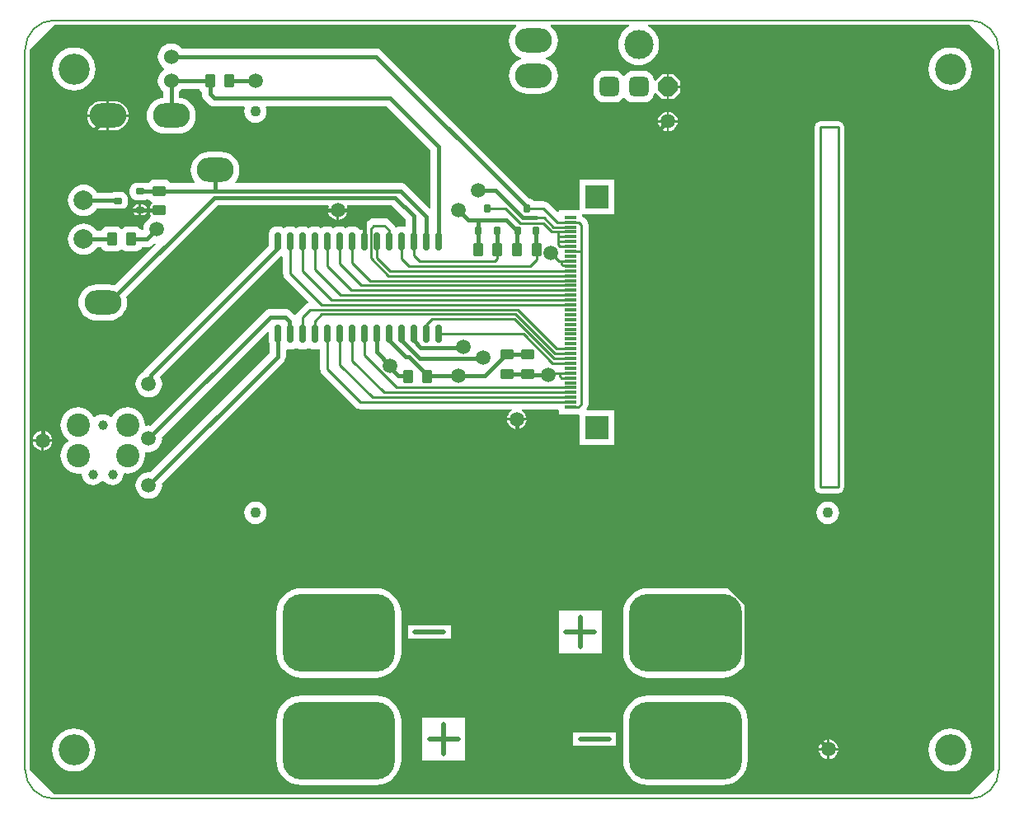
<source format=gbl>
G04*
G04 #@! TF.GenerationSoftware,Altium Limited,Altium Designer,19.0.10 (269)*
G04*
G04 Layer_Physical_Order=2*
G04 Layer_Color=16711680*
%FSLAX44Y44*%
%MOMM*%
G71*
G01*
G75*
%ADD10C,0.1500*%
%ADD13C,0.2540*%
G04:AMPARAMS|DCode=14|XSize=1.1mm|YSize=1.35mm|CornerRadius=0.1375mm|HoleSize=0mm|Usage=FLASHONLY|Rotation=270.000|XOffset=0mm|YOffset=0mm|HoleType=Round|Shape=RoundedRectangle|*
%AMROUNDEDRECTD14*
21,1,1.1000,1.0750,0,0,270.0*
21,1,0.8250,1.3500,0,0,270.0*
1,1,0.2750,-0.5375,-0.4125*
1,1,0.2750,-0.5375,0.4125*
1,1,0.2750,0.5375,0.4125*
1,1,0.2750,0.5375,-0.4125*
%
%ADD14ROUNDEDRECTD14*%
%ADD15C,2.0000*%
G04:AMPARAMS|DCode=16|XSize=0.6mm|YSize=0.9mm|CornerRadius=0.15mm|HoleSize=0mm|Usage=FLASHONLY|Rotation=90.000|XOffset=0mm|YOffset=0mm|HoleType=Round|Shape=RoundedRectangle|*
%AMROUNDEDRECTD16*
21,1,0.6000,0.6000,0,0,90.0*
21,1,0.3000,0.9000,0,0,90.0*
1,1,0.3000,0.3000,0.1500*
1,1,0.3000,0.3000,-0.1500*
1,1,0.3000,-0.3000,-0.1500*
1,1,0.3000,-0.3000,0.1500*
%
%ADD16ROUNDEDRECTD16*%
%ADD19C,0.4500*%
%ADD21C,0.2500*%
%ADD23O,3.8000X2.5000*%
G04:AMPARAMS|DCode=24|XSize=2.032mm|YSize=2.032mm|CornerRadius=0.508mm|HoleSize=0mm|Usage=FLASHONLY|Rotation=0.000|XOffset=0mm|YOffset=0mm|HoleType=Round|Shape=RoundedRectangle|*
%AMROUNDEDRECTD24*
21,1,2.0320,1.0160,0,0,0.0*
21,1,1.0160,2.0320,0,0,0.0*
1,1,1.0160,0.5080,-0.5080*
1,1,1.0160,-0.5080,-0.5080*
1,1,1.0160,-0.5080,0.5080*
1,1,1.0160,0.5080,0.5080*
%
%ADD24ROUNDEDRECTD24*%
%ADD25P,2.1994X8X22.5*%
%ADD26C,3.0000*%
G04:AMPARAMS|DCode=27|XSize=8mm|YSize=8mm|CornerRadius=2mm|HoleSize=0mm|Usage=FLASHONLY|Rotation=0.000|XOffset=0mm|YOffset=0mm|HoleType=Round|Shape=RoundedRectangle|*
%AMROUNDEDRECTD27*
21,1,8.0000,4.0000,0,0,0.0*
21,1,4.0000,8.0000,0,0,0.0*
1,1,4.0000,2.0000,-2.0000*
1,1,4.0000,-2.0000,-2.0000*
1,1,4.0000,-2.0000,2.0000*
1,1,4.0000,2.0000,2.0000*
%
%ADD27ROUNDEDRECTD27*%
%ADD28C,1.1000*%
%ADD29C,2.4000*%
%ADD30C,1.0000*%
%ADD31C,3.2000*%
%ADD32C,1.5240*%
%ADD33C,1.5000*%
G04:AMPARAMS|DCode=34|XSize=1.1mm|YSize=1.35mm|CornerRadius=0.1375mm|HoleSize=0mm|Usage=FLASHONLY|Rotation=0.000|XOffset=0mm|YOffset=0mm|HoleType=Round|Shape=RoundedRectangle|*
%AMROUNDEDRECTD34*
21,1,1.1000,1.0750,0,0,0.0*
21,1,0.8250,1.3500,0,0,0.0*
1,1,0.2750,0.4125,-0.5375*
1,1,0.2750,-0.4125,-0.5375*
1,1,0.2750,-0.4125,0.5375*
1,1,0.2750,0.4125,0.5375*
%
%ADD34ROUNDEDRECTD34*%
G04:AMPARAMS|DCode=35|XSize=0.6mm|YSize=0.9mm|CornerRadius=0.15mm|HoleSize=0mm|Usage=FLASHONLY|Rotation=0.000|XOffset=0mm|YOffset=0mm|HoleType=Round|Shape=RoundedRectangle|*
%AMROUNDEDRECTD35*
21,1,0.6000,0.6000,0,0,0.0*
21,1,0.3000,0.9000,0,0,0.0*
1,1,0.3000,0.1500,-0.3000*
1,1,0.3000,-0.1500,-0.3000*
1,1,0.3000,-0.1500,0.3000*
1,1,0.3000,0.1500,0.3000*
%
%ADD35ROUNDEDRECTD35*%
G04:AMPARAMS|DCode=36|XSize=0.6mm|YSize=1.9mm|CornerRadius=0.15mm|HoleSize=0mm|Usage=FLASHONLY|Rotation=180.000|XOffset=0mm|YOffset=0mm|HoleType=Round|Shape=RoundedRectangle|*
%AMROUNDEDRECTD36*
21,1,0.6000,1.6000,0,0,180.0*
21,1,0.3000,1.9000,0,0,180.0*
1,1,0.3000,-0.1500,0.8000*
1,1,0.3000,0.1500,0.8000*
1,1,0.3000,0.1500,-0.8000*
1,1,0.3000,-0.1500,-0.8000*
%
%ADD36ROUNDEDRECTD36*%
%ADD37R,1.2000X0.3000*%
%ADD38R,2.4000X2.4000*%
%ADD39C,0.5000*%
G36*
X995000Y770000D02*
Y30000D01*
X970000Y5000D01*
X30000D01*
X5000Y30000D01*
Y770000D01*
X30000Y795000D01*
X503833D01*
X504287Y793730D01*
X502355Y792145D01*
X500043Y789328D01*
X498326Y786114D01*
X497268Y782627D01*
X496911Y779000D01*
X497268Y775373D01*
X498326Y771886D01*
X500043Y768672D01*
X502355Y765855D01*
X505172Y763543D01*
X508386Y761825D01*
X509014Y761635D01*
Y760365D01*
X508386Y760174D01*
X505172Y758457D01*
X502355Y756145D01*
X500043Y753328D01*
X498326Y750114D01*
X497268Y746627D01*
X496911Y743000D01*
X497268Y739373D01*
X498326Y735886D01*
X500043Y732672D01*
X502355Y729855D01*
X505172Y727543D01*
X508386Y725826D01*
X511873Y724768D01*
X515500Y724410D01*
X528500D01*
X532127Y724768D01*
X535614Y725826D01*
X538828Y727543D01*
X541645Y729855D01*
X543957Y732672D01*
X545674Y735886D01*
X546732Y739373D01*
X547090Y743000D01*
X546732Y746627D01*
X545674Y750114D01*
X543957Y753328D01*
X541645Y756145D01*
X538828Y758457D01*
X535614Y760174D01*
X534986Y760365D01*
Y761635D01*
X535614Y761825D01*
X538828Y763543D01*
X541645Y765855D01*
X543957Y768672D01*
X545674Y771886D01*
X546732Y775373D01*
X547090Y779000D01*
X546732Y782627D01*
X545674Y786114D01*
X543957Y789328D01*
X541645Y792145D01*
X539713Y793730D01*
X540168Y795000D01*
X620175D01*
X620493Y793730D01*
X618277Y792545D01*
X615079Y789921D01*
X612455Y786723D01*
X610505Y783075D01*
X609304Y779117D01*
X608898Y775000D01*
X609304Y770883D01*
X610505Y766925D01*
X612455Y763277D01*
X615079Y760079D01*
X618277Y757455D01*
X621925Y755505D01*
X625883Y754304D01*
X630000Y753898D01*
X634117Y754304D01*
X638075Y755505D01*
X641723Y757455D01*
X644921Y760079D01*
X647545Y763277D01*
X649495Y766925D01*
X650696Y770883D01*
X651102Y775000D01*
X650696Y779117D01*
X649495Y783075D01*
X647545Y786723D01*
X644921Y789921D01*
X641723Y792545D01*
X639507Y793730D01*
X639825Y795000D01*
X970000D01*
X995000Y770000D01*
D02*
G37*
%LPC*%
G36*
X635080Y748056D02*
X624920D01*
X622028Y747675D01*
X619332Y746558D01*
X617018Y744782D01*
X615784Y743174D01*
X614216D01*
X612982Y744782D01*
X610668Y746558D01*
X607972Y747675D01*
X605080Y748056D01*
X594920D01*
X592028Y747675D01*
X589332Y746558D01*
X587018Y744782D01*
X585242Y742468D01*
X584125Y739772D01*
X583744Y736880D01*
Y726720D01*
X584125Y723828D01*
X585242Y721132D01*
X587018Y718818D01*
X589332Y717042D01*
X592028Y715925D01*
X594920Y715544D01*
X605080D01*
X607972Y715925D01*
X610668Y717042D01*
X612982Y718818D01*
X614216Y720426D01*
X615784D01*
X617018Y718818D01*
X619332Y717042D01*
X622028Y715925D01*
X624920Y715544D01*
X635080D01*
X637972Y715925D01*
X640668Y717042D01*
X642982Y718818D01*
X644758Y721132D01*
X645875Y723828D01*
X646086Y725432D01*
X647368Y725442D01*
X653670Y719140D01*
X658750D01*
Y731800D01*
Y744460D01*
X653670D01*
X647368Y738158D01*
X646086Y738169D01*
X645875Y739772D01*
X644758Y742468D01*
X642982Y744782D01*
X640668Y746558D01*
X637972Y747675D01*
X635080Y748056D01*
D02*
G37*
G36*
X666330Y744460D02*
X661250D01*
Y733050D01*
X672660D01*
Y738130D01*
X666330Y744460D01*
D02*
G37*
G36*
X949999Y772106D02*
X945686Y771681D01*
X941539Y770423D01*
X937718Y768380D01*
X934368Y765631D01*
X931618Y762281D01*
X929576Y758459D01*
X928317Y754312D01*
X927893Y749999D01*
X928317Y745686D01*
X929576Y741539D01*
X931618Y737718D01*
X934368Y734368D01*
X937718Y731618D01*
X941539Y729576D01*
X945686Y728317D01*
X949999Y727893D01*
X954312Y728317D01*
X958459Y729576D01*
X962281Y731618D01*
X965631Y734368D01*
X968380Y737718D01*
X970423Y741539D01*
X971681Y745686D01*
X972106Y749999D01*
X971681Y754312D01*
X970423Y758459D01*
X968380Y762281D01*
X965631Y765631D01*
X962281Y768380D01*
X958459Y770423D01*
X954312Y771681D01*
X949999Y772106D01*
D02*
G37*
G36*
X49999D02*
X45686Y771681D01*
X41539Y770423D01*
X37717Y768380D01*
X34368Y765631D01*
X31618Y762281D01*
X29576Y758459D01*
X28317Y754312D01*
X27893Y749999D01*
X28317Y745686D01*
X29576Y741539D01*
X31618Y737718D01*
X34368Y734368D01*
X37717Y731618D01*
X41539Y729576D01*
X45686Y728317D01*
X49999Y727893D01*
X54312Y728317D01*
X58459Y729576D01*
X62281Y731618D01*
X65631Y734368D01*
X68380Y737718D01*
X70423Y741539D01*
X71681Y745686D01*
X72106Y749999D01*
X71681Y754312D01*
X70423Y758459D01*
X68380Y762281D01*
X65631Y765631D01*
X62281Y768380D01*
X58459Y770423D01*
X54312Y771681D01*
X49999Y772106D01*
D02*
G37*
G36*
X672660Y730550D02*
X661250D01*
Y719140D01*
X666330D01*
X672660Y725470D01*
Y730550D01*
D02*
G37*
G36*
X91500Y717030D02*
X86250D01*
Y703207D01*
X106449D01*
X106283Y704898D01*
X105425Y707726D01*
X104032Y710331D01*
X102158Y712615D01*
X99874Y714490D01*
X97268Y715883D01*
X94440Y716740D01*
X91500Y717030D01*
D02*
G37*
G36*
X83750D02*
X78500D01*
X75560Y716740D01*
X72732Y715883D01*
X70126Y714490D01*
X67842Y712615D01*
X65968Y710331D01*
X64575Y707726D01*
X63717Y704898D01*
X63551Y703207D01*
X83750D01*
Y717030D01*
D02*
G37*
G36*
X661250Y705922D02*
Y697250D01*
X669922D01*
X669743Y698611D01*
X668735Y701043D01*
X667132Y703132D01*
X665043Y704735D01*
X662610Y705743D01*
X661250Y705922D01*
D02*
G37*
G36*
X658750D02*
X657390Y705743D01*
X654957Y704735D01*
X652868Y703132D01*
X651265Y701043D01*
X650257Y698611D01*
X650078Y697250D01*
X658750D01*
Y705922D01*
D02*
G37*
G36*
X106449Y700707D02*
X86250D01*
Y686885D01*
X91500D01*
X94440Y687175D01*
X97268Y688032D01*
X99874Y689425D01*
X102158Y691300D01*
X104032Y693584D01*
X105425Y696189D01*
X106283Y699017D01*
X106449Y700707D01*
D02*
G37*
G36*
X83750D02*
X63551D01*
X63717Y699017D01*
X64575Y696189D01*
X65968Y693584D01*
X67842Y691300D01*
X70126Y689425D01*
X72732Y688032D01*
X75560Y687175D01*
X78500Y686885D01*
X83750D01*
Y700707D01*
D02*
G37*
G36*
X669922Y694750D02*
X661250D01*
Y686078D01*
X662610Y686257D01*
X665043Y687265D01*
X667132Y688868D01*
X668735Y690957D01*
X669743Y693390D01*
X669922Y694750D01*
D02*
G37*
G36*
X658750D02*
X650078D01*
X650257Y693390D01*
X651265Y690957D01*
X652868Y688868D01*
X654957Y687265D01*
X657390Y686257D01*
X658750Y686078D01*
Y694750D01*
D02*
G37*
G36*
X150000Y776237D02*
X146445Y775769D01*
X143131Y774397D01*
X140286Y772214D01*
X138103Y769369D01*
X136731Y766056D01*
X136263Y762500D01*
X136731Y758944D01*
X138103Y755631D01*
X140286Y752786D01*
X142989Y750713D01*
X143066Y750000D01*
X142989Y749287D01*
X140286Y747214D01*
X138103Y744369D01*
X136731Y741056D01*
X136263Y737500D01*
X136731Y733944D01*
X138103Y730631D01*
X140286Y727786D01*
X141679Y726717D01*
Y720410D01*
X139873Y720232D01*
X136386Y719174D01*
X133172Y717457D01*
X130355Y715145D01*
X128043Y712328D01*
X126326Y709114D01*
X125268Y705627D01*
X124910Y702000D01*
X125268Y698373D01*
X126326Y694886D01*
X128043Y691672D01*
X130355Y688855D01*
X133172Y686543D01*
X136386Y684826D01*
X139873Y683768D01*
X143500Y683410D01*
X156500D01*
X160127Y683768D01*
X163614Y684826D01*
X166828Y686543D01*
X169645Y688855D01*
X171957Y691672D01*
X173675Y694886D01*
X174732Y698373D01*
X175089Y702000D01*
X174732Y705627D01*
X173675Y709114D01*
X171957Y712328D01*
X169645Y715145D01*
X166828Y717457D01*
X163614Y719174D01*
X160127Y720232D01*
X158321Y720410D01*
Y726717D01*
X159714Y727786D01*
X160783Y729179D01*
X179113D01*
X179433Y728406D01*
X180615Y726865D01*
X181679Y726049D01*
Y724000D01*
X181962Y721846D01*
X182794Y719839D01*
X184116Y718116D01*
X188116Y714116D01*
X189839Y712794D01*
X191846Y711962D01*
X194000Y711679D01*
X194000Y711679D01*
X225220D01*
X225926Y710623D01*
X225296Y709102D01*
X224901Y706100D01*
X225296Y703098D01*
X226455Y700300D01*
X228298Y697898D01*
X230700Y696055D01*
X233498Y694896D01*
X236500Y694501D01*
X239502Y694896D01*
X242300Y696055D01*
X244702Y697898D01*
X246545Y700300D01*
X247704Y703098D01*
X248099Y706100D01*
X247704Y709102D01*
X247074Y710623D01*
X247780Y711679D01*
X371053Y711679D01*
X416229Y666503D01*
Y607048D01*
X415056Y606562D01*
X391234Y630384D01*
X389511Y631706D01*
X387504Y632538D01*
X385350Y632821D01*
X216260D01*
X215659Y634091D01*
X216957Y635672D01*
X218674Y638886D01*
X219732Y642373D01*
X220089Y646000D01*
X219732Y649627D01*
X218674Y653114D01*
X216957Y656328D01*
X214645Y659145D01*
X211828Y661457D01*
X208614Y663175D01*
X205127Y664232D01*
X201500Y664589D01*
X188500D01*
X184873Y664232D01*
X181386Y663175D01*
X178172Y661457D01*
X175355Y659145D01*
X173043Y656328D01*
X171325Y653114D01*
X170268Y649627D01*
X169911Y646000D01*
X170268Y642373D01*
X171325Y638886D01*
X173043Y635672D01*
X174341Y634091D01*
X173740Y632821D01*
X149451D01*
X148635Y633885D01*
X147094Y635067D01*
X145300Y635810D01*
X143375Y636064D01*
X132625D01*
X130700Y635810D01*
X128906Y635067D01*
X127365Y633885D01*
X126357Y632571D01*
X123527D01*
X122958Y632807D01*
X121000Y633065D01*
X115000D01*
X113042Y632807D01*
X111218Y632051D01*
X109651Y630849D01*
X108449Y629282D01*
X107693Y627458D01*
X107435Y625500D01*
Y622500D01*
X107693Y620542D01*
X108449Y618718D01*
X109651Y617151D01*
X111218Y615949D01*
X113042Y615193D01*
X115000Y614935D01*
X121000D01*
X122958Y615193D01*
X124734Y615929D01*
X126741D01*
X127365Y615115D01*
X128906Y613933D01*
X130389Y613319D01*
X130629Y612392D01*
X130587Y611924D01*
X129831Y611419D01*
X128975Y610137D01*
X128674Y608625D01*
Y605750D01*
X138000D01*
Y603250D01*
X128674D01*
Y600375D01*
X128975Y598863D01*
X129169Y598572D01*
X128693Y597000D01*
X128192Y596792D01*
X125372Y594628D01*
X123208Y591808D01*
X121847Y588524D01*
X121384Y585000D01*
X120381Y584062D01*
X119926Y584080D01*
X119452Y584245D01*
X118385Y585635D01*
X116844Y586817D01*
X115050Y587560D01*
X113125Y587814D01*
X104875D01*
X102950Y587560D01*
X101156Y586817D01*
X99848Y585814D01*
X99000Y585690D01*
X98152Y585814D01*
X96844Y586817D01*
X95050Y587560D01*
X93125Y587814D01*
X84875D01*
X82950Y587560D01*
X81156Y586817D01*
X79615Y585635D01*
X78433Y584094D01*
X78113Y583321D01*
X73694D01*
X73368Y583932D01*
X71368Y586368D01*
X68932Y588368D01*
X66153Y589854D01*
X63137Y590769D01*
X60000Y591077D01*
X56863Y590769D01*
X53847Y589854D01*
X51068Y588368D01*
X48632Y586368D01*
X46632Y583932D01*
X45146Y581153D01*
X44232Y578136D01*
X43923Y575000D01*
X44232Y571863D01*
X45146Y568847D01*
X46632Y566068D01*
X48632Y563632D01*
X51068Y561632D01*
X53847Y560146D01*
X56863Y559231D01*
X60000Y558923D01*
X63137Y559231D01*
X66153Y560146D01*
X68932Y561632D01*
X71368Y563632D01*
X73368Y566068D01*
X73694Y566679D01*
X78113D01*
X78433Y565906D01*
X79615Y564365D01*
X81156Y563183D01*
X82950Y562440D01*
X84875Y562186D01*
X93125D01*
X95050Y562440D01*
X96844Y563183D01*
X98152Y564186D01*
X99000Y564310D01*
X99848Y564186D01*
X101156Y563183D01*
X102950Y562440D01*
X104875Y562186D01*
X113125D01*
X115050Y562440D01*
X116844Y563183D01*
X118385Y564365D01*
X119567Y565906D01*
X119887Y566679D01*
X124847D01*
X127001Y566962D01*
X129008Y567794D01*
X130731Y569116D01*
X132899Y571284D01*
X133772Y571113D01*
X134191Y569809D01*
X91954Y527572D01*
X89777Y528232D01*
X86150Y528590D01*
X73150D01*
X69523Y528232D01*
X66036Y527174D01*
X62822Y525457D01*
X60005Y523145D01*
X57693Y520328D01*
X55975Y517114D01*
X54918Y513627D01*
X54560Y510000D01*
X54918Y506373D01*
X55975Y502886D01*
X57693Y499672D01*
X60005Y496855D01*
X62822Y494543D01*
X66036Y492826D01*
X69523Y491768D01*
X73150Y491410D01*
X86150D01*
X89777Y491768D01*
X93264Y492826D01*
X96478Y494543D01*
X99295Y496855D01*
X101607Y499672D01*
X103324Y502886D01*
X104382Y506373D01*
X104740Y510000D01*
X104382Y513627D01*
X103722Y515804D01*
X197597Y609679D01*
X310971D01*
X311677Y608623D01*
X311257Y607611D01*
X311078Y606250D01*
X330922D01*
X330743Y607611D01*
X330323Y608623D01*
X331029Y609679D01*
X376703D01*
X390829Y595553D01*
Y588630D01*
X389559Y587853D01*
X387950Y588065D01*
X384950D01*
X382992Y587807D01*
X381168Y587051D01*
X380409Y587254D01*
X380083Y588042D01*
X378921Y589557D01*
X378921Y589557D01*
X374307Y594171D01*
X372792Y595333D01*
X371029Y596063D01*
X369136Y596312D01*
X369136Y596312D01*
X358000D01*
X358000Y596312D01*
X356107Y596063D01*
X354344Y595333D01*
X352829Y594171D01*
X352829Y594171D01*
X349629Y590971D01*
X348467Y589456D01*
X347737Y587693D01*
X347487Y585800D01*
X347487Y585800D01*
Y584578D01*
X346850D01*
X345289Y584268D01*
X344808Y583946D01*
X343701Y584282D01*
X342499Y585849D01*
X340932Y587051D01*
X339108Y587807D01*
X337150Y588065D01*
X334150D01*
X332192Y587807D01*
X330368Y587051D01*
X329300Y586232D01*
X328232Y587051D01*
X326408Y587807D01*
X324450Y588065D01*
X321450D01*
X319492Y587807D01*
X317668Y587051D01*
X316600Y586232D01*
X315532Y587051D01*
X313708Y587807D01*
X311750Y588065D01*
X308750D01*
X306792Y587807D01*
X304968Y587051D01*
X303900Y586232D01*
X302832Y587051D01*
X301008Y587807D01*
X299050Y588065D01*
X296050D01*
X294092Y587807D01*
X292268Y587051D01*
X291200Y586232D01*
X290132Y587051D01*
X288308Y587807D01*
X286350Y588065D01*
X283350D01*
X281392Y587807D01*
X279568Y587051D01*
X278500Y586232D01*
X277432Y587051D01*
X275608Y587807D01*
X273650Y588065D01*
X270650D01*
X268692Y587807D01*
X266868Y587051D01*
X265800Y586232D01*
X264732Y587051D01*
X262908Y587807D01*
X260950Y588065D01*
X257950D01*
X255992Y587807D01*
X254168Y587051D01*
X252601Y585849D01*
X251399Y584282D01*
X250643Y582458D01*
X250385Y580500D01*
Y568703D01*
X123125Y441443D01*
X121803Y439720D01*
X121173Y438199D01*
X120192Y437792D01*
X117372Y435628D01*
X115208Y432808D01*
X113848Y429524D01*
X113384Y426000D01*
X113848Y422476D01*
X115208Y419192D01*
X117372Y416372D01*
X120192Y414208D01*
X123476Y412848D01*
X127000Y412384D01*
X130524Y412848D01*
X133808Y414208D01*
X136628Y416372D01*
X138792Y419192D01*
X140153Y422476D01*
X140616Y426000D01*
X140153Y429524D01*
X138792Y432808D01*
X138460Y433242D01*
X262336Y557118D01*
X262908Y557193D01*
X263567Y557466D01*
X264837Y556618D01*
Y540000D01*
X264837Y540000D01*
X265087Y538107D01*
X265817Y536344D01*
X266979Y534829D01*
X291065Y510743D01*
X291020Y510626D01*
X290495Y509517D01*
X288844Y508833D01*
X287329Y507671D01*
X287329Y507671D01*
X279829Y500171D01*
X278667Y498656D01*
X278152Y497412D01*
X276906Y497046D01*
X276689Y497079D01*
X272884Y500884D01*
X271161Y502206D01*
X269154Y503038D01*
X267000Y503321D01*
X252000D01*
X249846Y503038D01*
X247839Y502206D01*
X246116Y500884D01*
X128633Y383401D01*
X127000Y383616D01*
X124331Y383265D01*
X123451Y383881D01*
X123126Y384290D01*
X123115Y384326D01*
X122789Y387629D01*
X121760Y391022D01*
X120089Y394149D01*
X117839Y396889D01*
X115099Y399139D01*
X111972Y400810D01*
X108579Y401840D01*
X105050Y402187D01*
X101521Y401840D01*
X98128Y400810D01*
X95001Y399139D01*
X92261Y396889D01*
X90011Y394149D01*
X88941Y392147D01*
X87535Y391951D01*
X87423Y392001D01*
X85197Y393708D01*
X82522Y394817D01*
X79650Y395195D01*
X76778Y394817D01*
X74103Y393708D01*
X71877Y392001D01*
X71765Y391951D01*
X70359Y392147D01*
X69289Y394149D01*
X67039Y396889D01*
X64299Y399139D01*
X61172Y400810D01*
X57779Y401840D01*
X54250Y402187D01*
X50721Y401840D01*
X47328Y400810D01*
X44201Y399139D01*
X41460Y396889D01*
X39211Y394149D01*
X37540Y391022D01*
X36510Y387629D01*
X36163Y384100D01*
X36510Y380571D01*
X37540Y377178D01*
X39211Y374051D01*
X41460Y371311D01*
X44201Y369061D01*
X44578Y368860D01*
Y367590D01*
X44201Y367389D01*
X41460Y365140D01*
X39211Y362399D01*
X37540Y359272D01*
X36510Y355879D01*
X36163Y352350D01*
X36510Y348821D01*
X37540Y345428D01*
X39211Y342301D01*
X41460Y339561D01*
X44201Y337311D01*
X47328Y335640D01*
X50721Y334610D01*
X54250Y334263D01*
X57280Y334561D01*
X58439Y333633D01*
X58395Y333300D01*
X58773Y330428D01*
X59882Y327753D01*
X61645Y325455D01*
X63942Y323692D01*
X66618Y322583D01*
X69490Y322205D01*
X72362Y322583D01*
X75037Y323692D01*
X77335Y325455D01*
X78922Y327523D01*
X79601Y327645D01*
X79699D01*
X80378Y327523D01*
X81965Y325455D01*
X84263Y323692D01*
X86938Y322583D01*
X89810Y322205D01*
X92682Y322583D01*
X95357Y323692D01*
X97655Y325455D01*
X99418Y327753D01*
X100527Y330428D01*
X100905Y333300D01*
X100861Y333633D01*
X102020Y334561D01*
X105050Y334263D01*
X108579Y334610D01*
X111972Y335640D01*
X115099Y337311D01*
X117839Y339561D01*
X120089Y342301D01*
X121760Y345428D01*
X122789Y348821D01*
X123137Y352350D01*
X122802Y355752D01*
X123003Y356079D01*
X123837Y356800D01*
X127000Y356384D01*
X130524Y356847D01*
X133808Y358208D01*
X136628Y360372D01*
X138792Y363192D01*
X140153Y366476D01*
X140616Y370000D01*
X140401Y371633D01*
X249212Y480444D01*
X250385Y479958D01*
Y469500D01*
X250643Y467542D01*
X251129Y466369D01*
Y457897D01*
X128633Y335401D01*
X127000Y335616D01*
X123476Y335153D01*
X120192Y333792D01*
X117372Y331628D01*
X115208Y328808D01*
X113848Y325524D01*
X113384Y322000D01*
X113848Y318476D01*
X115208Y315192D01*
X117372Y312372D01*
X120192Y310208D01*
X123476Y308848D01*
X127000Y308384D01*
X130524Y308848D01*
X133808Y310208D01*
X136628Y312372D01*
X138792Y315192D01*
X140153Y318476D01*
X140616Y322000D01*
X140401Y323633D01*
X265334Y448566D01*
X265334Y448566D01*
X266656Y450289D01*
X267488Y452296D01*
X267771Y454450D01*
Y461370D01*
X269041Y462147D01*
X270650Y461935D01*
X273650D01*
X275608Y462193D01*
X277432Y462949D01*
X278500Y463768D01*
X279568Y462949D01*
X281392Y462193D01*
X283350Y461935D01*
X286350D01*
X288308Y462193D01*
X290132Y462949D01*
X291200Y463768D01*
X292268Y462949D01*
X294092Y462193D01*
X296050Y461935D01*
X299050D01*
X301008Y462193D01*
X301667Y462466D01*
X302937Y461618D01*
Y441750D01*
X302937Y441750D01*
X303187Y439857D01*
X303917Y438094D01*
X305079Y436579D01*
X339329Y402329D01*
X339329Y402329D01*
X340844Y401167D01*
X342607Y400437D01*
X344500Y400187D01*
X500145Y400187D01*
X500397Y398917D01*
X499957Y398735D01*
X497868Y397132D01*
X496265Y395043D01*
X495257Y392611D01*
X495078Y391250D01*
X514922D01*
X514743Y392611D01*
X513735Y395043D01*
X512132Y397132D01*
X510043Y398735D01*
X509603Y398918D01*
X509855Y400187D01*
X546808D01*
X548000Y398917D01*
Y395000D01*
X559052D01*
X560000Y394875D01*
X567687D01*
X567688Y394875D01*
X567730Y394881D01*
X569000Y393855D01*
Y363500D01*
X605000D01*
Y399500D01*
X577081D01*
X576509Y400770D01*
X577333Y401844D01*
X578063Y403607D01*
X578313Y405500D01*
X578312Y405500D01*
Y563000D01*
X578313Y563000D01*
X578312Y563000D01*
Y590000D01*
X578313Y590000D01*
X578063Y591893D01*
X577333Y593656D01*
X576171Y595171D01*
X576171Y595171D01*
X573671Y597671D01*
X572156Y598833D01*
X572000Y598898D01*
Y600600D01*
X605000D01*
Y636600D01*
X569000D01*
Y605000D01*
X548000D01*
Y603001D01*
X546827Y602515D01*
X537671Y611671D01*
X536156Y612833D01*
X534393Y613563D01*
X532500Y613813D01*
X532500Y613812D01*
X522644D01*
X521849Y614849D01*
X520282Y616051D01*
X518458Y616807D01*
X517886Y616882D01*
X366384Y768384D01*
X364661Y769706D01*
X362654Y770538D01*
X360500Y770821D01*
X160783D01*
X159714Y772214D01*
X156869Y774397D01*
X153555Y775769D01*
X150000Y776237D01*
D02*
G37*
G36*
X121000Y610578D02*
X119250D01*
Y606250D01*
X125078D01*
Y606500D01*
X124768Y608061D01*
X123884Y609384D01*
X122561Y610268D01*
X121000Y610578D01*
D02*
G37*
G36*
X116750D02*
X115000D01*
X113439Y610268D01*
X112116Y609384D01*
X111232Y608061D01*
X110922Y606500D01*
Y606250D01*
X116750D01*
Y610578D01*
D02*
G37*
G36*
X60000Y631077D02*
X56863Y630769D01*
X53847Y629854D01*
X51068Y628368D01*
X48632Y626368D01*
X46632Y623932D01*
X45146Y621153D01*
X44232Y618137D01*
X43923Y615000D01*
X44232Y611864D01*
X45146Y608847D01*
X46632Y606068D01*
X48632Y603632D01*
X51068Y601632D01*
X53847Y600146D01*
X56863Y599231D01*
X60000Y598923D01*
X63137Y599231D01*
X66153Y600146D01*
X68932Y601632D01*
X71368Y603632D01*
X73368Y606068D01*
X73561Y606429D01*
X88266D01*
X90042Y605693D01*
X92000Y605435D01*
X98000D01*
X99958Y605693D01*
X101782Y606449D01*
X103349Y607651D01*
X104551Y609218D01*
X105307Y611042D01*
X105565Y613000D01*
Y616000D01*
X105307Y617958D01*
X104551Y619782D01*
X103349Y621349D01*
X101782Y622551D01*
X99958Y623307D01*
X98000Y623565D01*
X92000D01*
X90042Y623307D01*
X89473Y623071D01*
X73828D01*
X73368Y623932D01*
X71368Y626368D01*
X68932Y628368D01*
X66153Y629854D01*
X63137Y630769D01*
X60000Y631077D01*
D02*
G37*
G36*
X125078Y603750D02*
X119250D01*
Y599422D01*
X121000D01*
X122561Y599732D01*
X123884Y600616D01*
X124768Y601939D01*
X125078Y603500D01*
Y603750D01*
D02*
G37*
G36*
X116750D02*
X110922D01*
Y603500D01*
X111232Y601939D01*
X112116Y600616D01*
X113439Y599732D01*
X115000Y599422D01*
X116750D01*
Y603750D01*
D02*
G37*
G36*
X330922Y603750D02*
X322250D01*
Y595078D01*
X323610Y595257D01*
X326043Y596265D01*
X328132Y597868D01*
X329735Y599957D01*
X330743Y602389D01*
X330922Y603750D01*
D02*
G37*
G36*
X319750D02*
X311078D01*
X311257Y602389D01*
X312265Y599957D01*
X313868Y597868D01*
X315957Y596265D01*
X318389Y595257D01*
X319750Y595078D01*
Y603750D01*
D02*
G37*
G36*
X514922Y388750D02*
X506250D01*
Y380078D01*
X507611Y380257D01*
X510043Y381265D01*
X512132Y382868D01*
X513735Y384957D01*
X514743Y387389D01*
X514922Y388750D01*
D02*
G37*
G36*
X503750D02*
X495078D01*
X495257Y387389D01*
X496265Y384957D01*
X497868Y382868D01*
X499957Y381265D01*
X502389Y380257D01*
X503750Y380078D01*
Y388750D01*
D02*
G37*
G36*
X19250Y377922D02*
Y369250D01*
X27922D01*
X27743Y370611D01*
X26735Y373043D01*
X25132Y375132D01*
X23043Y376735D01*
X20610Y377743D01*
X19250Y377922D01*
D02*
G37*
G36*
X16750D02*
X15389Y377743D01*
X12957Y376735D01*
X10868Y375132D01*
X9265Y373043D01*
X8257Y370611D01*
X8078Y369250D01*
X16750D01*
Y377922D01*
D02*
G37*
G36*
X27922Y366750D02*
X19250D01*
Y358078D01*
X20610Y358257D01*
X23043Y359265D01*
X25132Y360868D01*
X26735Y362957D01*
X27743Y365390D01*
X27922Y366750D01*
D02*
G37*
G36*
X16750D02*
X8078D01*
X8257Y365390D01*
X9265Y362957D01*
X10868Y360868D01*
X12957Y359265D01*
X15389Y358257D01*
X16750Y358078D01*
Y366750D01*
D02*
G37*
G36*
X835000Y696117D02*
X817000D01*
X814659Y695652D01*
X812674Y694326D01*
X811348Y692341D01*
X810882Y690000D01*
X810882Y320000D01*
X811348Y317659D01*
X812674Y315674D01*
X814659Y314348D01*
X817000Y313883D01*
X835000D01*
X837341Y314348D01*
X839326Y315674D01*
X840652Y317659D01*
X841118Y320000D01*
X841117Y320000D01*
Y690000D01*
X840652Y692341D01*
X839326Y694326D01*
X837341Y695652D01*
X835000Y696117D01*
D02*
G37*
G36*
X824100Y305499D02*
X821098Y305104D01*
X818300Y303945D01*
X815898Y302102D01*
X814055Y299700D01*
X812896Y296902D01*
X812501Y293900D01*
X812896Y290898D01*
X814055Y288100D01*
X815898Y285698D01*
X818300Y283855D01*
X821098Y282696D01*
X824100Y282301D01*
X827102Y282696D01*
X829900Y283855D01*
X832302Y285698D01*
X834145Y288100D01*
X835304Y290898D01*
X835699Y293900D01*
X835304Y296902D01*
X834145Y299700D01*
X832302Y302102D01*
X829900Y303945D01*
X827102Y305104D01*
X824100Y305499D01*
D02*
G37*
G36*
X236500D02*
X233498Y305104D01*
X230700Y303945D01*
X228298Y302102D01*
X226455Y299700D01*
X225296Y296902D01*
X224901Y293900D01*
X225296Y290898D01*
X226455Y288100D01*
X228298Y285698D01*
X230700Y283855D01*
X233498Y282696D01*
X236500Y282301D01*
X239502Y282696D01*
X242300Y283855D01*
X244702Y285698D01*
X246545Y288100D01*
X247704Y290898D01*
X248099Y293900D01*
X247704Y296902D01*
X246545Y299700D01*
X244702Y302102D01*
X242300Y303945D01*
X239502Y305104D01*
X236500Y305499D01*
D02*
G37*
G36*
X436990Y178493D02*
X393000D01*
Y164493D01*
X436990D01*
Y178493D01*
D02*
G37*
G36*
X591990Y193488D02*
X548000D01*
Y149498D01*
X591990D01*
Y193488D01*
D02*
G37*
G36*
X716000Y216639D02*
X640000D01*
X634903Y216137D01*
X630002Y214650D01*
X625485Y212236D01*
X621526Y208987D01*
X618277Y205028D01*
X615863Y200511D01*
X614376Y195610D01*
X613874Y190513D01*
Y150513D01*
X614376Y145416D01*
X615863Y140515D01*
X618277Y135999D01*
X621526Y132040D01*
X625485Y128791D01*
X630002Y126376D01*
X634903Y124889D01*
X640000Y124388D01*
X716000D01*
X721097Y124889D01*
X725998Y126376D01*
X730515Y128791D01*
X734474Y132040D01*
X737723Y135999D01*
X740137Y140515D01*
X741624Y145416D01*
X742126Y150513D01*
Y190513D01*
X741624Y195610D01*
X740137Y200511D01*
X737723Y205028D01*
X734474Y208987D01*
X730515Y212236D01*
X725998Y214650D01*
X721097Y216137D01*
X716000Y216639D01*
D02*
G37*
G36*
X360000D02*
X284000D01*
X278903Y216137D01*
X274002Y214650D01*
X269485Y212236D01*
X265526Y208987D01*
X262277Y205028D01*
X259863Y200511D01*
X258376Y195610D01*
X257874Y190513D01*
Y150513D01*
X258376Y145416D01*
X259863Y140515D01*
X262277Y135999D01*
X265526Y132040D01*
X269485Y128791D01*
X274002Y126376D01*
X278903Y124889D01*
X284000Y124388D01*
X360000D01*
X365097Y124889D01*
X369998Y126376D01*
X374515Y128791D01*
X378474Y132040D01*
X381723Y135999D01*
X384137Y140515D01*
X385624Y145416D01*
X386126Y150513D01*
Y190513D01*
X385624Y195610D01*
X384137Y200511D01*
X381723Y205028D01*
X378474Y208987D01*
X374515Y212236D01*
X369998Y214650D01*
X365097Y216137D01*
X360000Y216639D01*
D02*
G37*
G36*
X606990Y68493D02*
X563000D01*
Y54493D01*
X606990D01*
Y68493D01*
D02*
G37*
G36*
X826250Y60922D02*
Y52250D01*
X834922D01*
X834743Y53611D01*
X833735Y56043D01*
X832132Y58132D01*
X830043Y59735D01*
X827610Y60743D01*
X826250Y60922D01*
D02*
G37*
G36*
X823750D02*
X822390Y60743D01*
X819957Y59735D01*
X817868Y58132D01*
X816265Y56043D01*
X815257Y53611D01*
X815078Y52250D01*
X823750D01*
Y60922D01*
D02*
G37*
G36*
X834922Y49750D02*
X826250D01*
Y41078D01*
X827610Y41257D01*
X830043Y42265D01*
X832132Y43868D01*
X833735Y45957D01*
X834743Y48390D01*
X834922Y49750D01*
D02*
G37*
G36*
X823750D02*
X815078D01*
X815257Y48390D01*
X816265Y45957D01*
X817868Y43868D01*
X819957Y42265D01*
X822390Y41257D01*
X823750Y41078D01*
Y49750D01*
D02*
G37*
G36*
X451990Y83488D02*
X408000D01*
Y39498D01*
X451990D01*
Y83488D01*
D02*
G37*
G36*
X50000Y72106D02*
X45687Y71682D01*
X41540Y70424D01*
X37718Y68381D01*
X34368Y65632D01*
X31619Y62282D01*
X29576Y58460D01*
X28318Y54313D01*
X27894Y50000D01*
X28318Y45687D01*
X29576Y41540D01*
X31619Y37718D01*
X34368Y34368D01*
X37718Y31619D01*
X41540Y29576D01*
X45687Y28318D01*
X50000Y27894D01*
X54313Y28318D01*
X58460Y29576D01*
X62282Y31619D01*
X65632Y34368D01*
X68381Y37718D01*
X70424Y41540D01*
X71682Y45687D01*
X72106Y50000D01*
X71682Y54313D01*
X70424Y58460D01*
X68381Y62282D01*
X65632Y65632D01*
X62282Y68381D01*
X58460Y70424D01*
X54313Y71682D01*
X50000Y72106D01*
D02*
G37*
G36*
X949999Y72106D02*
X945686Y71681D01*
X941539Y70423D01*
X937718Y68380D01*
X934368Y65631D01*
X931618Y62281D01*
X929576Y58459D01*
X928317Y54312D01*
X927893Y49999D01*
X928317Y45686D01*
X929576Y41539D01*
X931618Y37717D01*
X934368Y34368D01*
X937718Y31618D01*
X941539Y29576D01*
X945686Y28317D01*
X949999Y27893D01*
X954312Y28317D01*
X958459Y29576D01*
X962281Y31618D01*
X965631Y34368D01*
X968380Y37717D01*
X970423Y41539D01*
X971681Y45686D01*
X972106Y49999D01*
X971681Y54312D01*
X970423Y58459D01*
X968380Y62281D01*
X965631Y65631D01*
X962281Y68380D01*
X958459Y70423D01*
X954312Y71681D01*
X949999Y72106D01*
D02*
G37*
G36*
X716000Y106126D02*
X640000D01*
X634903Y105624D01*
X630002Y104137D01*
X625485Y101723D01*
X621526Y98474D01*
X618277Y94515D01*
X615863Y89998D01*
X614376Y85097D01*
X613874Y80000D01*
Y40000D01*
X614376Y34903D01*
X615863Y30002D01*
X618277Y25485D01*
X621526Y21526D01*
X625485Y18277D01*
X630002Y15863D01*
X634903Y14376D01*
X640000Y13874D01*
X716000D01*
X721097Y14376D01*
X725998Y15863D01*
X730515Y18277D01*
X734474Y21526D01*
X737723Y25485D01*
X740137Y30002D01*
X741624Y34903D01*
X742126Y40000D01*
Y80000D01*
X741624Y85097D01*
X740137Y89998D01*
X737723Y94515D01*
X734474Y98474D01*
X730515Y101723D01*
X725998Y104137D01*
X721097Y105624D01*
X716000Y106126D01*
D02*
G37*
G36*
X360000D02*
X284000D01*
X278903Y105624D01*
X274002Y104137D01*
X269485Y101723D01*
X265526Y98474D01*
X262277Y94515D01*
X259863Y89998D01*
X258376Y85097D01*
X257874Y80000D01*
Y40000D01*
X258376Y34903D01*
X259863Y30002D01*
X262277Y25485D01*
X265526Y21526D01*
X269485Y18277D01*
X274002Y15863D01*
X278903Y14376D01*
X284000Y13874D01*
X360000D01*
X365097Y14376D01*
X369998Y15863D01*
X374515Y18277D01*
X378474Y21526D01*
X381723Y25485D01*
X384137Y30002D01*
X385624Y34903D01*
X386126Y40000D01*
Y80000D01*
X385624Y85097D01*
X384137Y89998D01*
X381723Y94515D01*
X378474Y98474D01*
X374515Y101723D01*
X369998Y104137D01*
X365097Y105624D01*
X360000Y106126D01*
D02*
G37*
%LPD*%
D10*
X0Y30000D02*
G03*
X30000Y0I30000J0D01*
G01*
X970046D02*
G03*
X1000000Y29954I0J29954D01*
G01*
Y770000D02*
G03*
X970000Y800000I-30000J0D01*
G01*
X30000D02*
G03*
X0Y770000I0J-30000D01*
G01*
X30000Y0D02*
X970046D01*
X1000000Y29954D02*
Y770000D01*
X30000Y800000D02*
X970000D01*
X0Y30000D02*
Y770000D01*
D13*
X817000Y690000D02*
X817000Y320000D01*
X835000D01*
X835000Y690000D02*
X835000Y320000D01*
X817000Y690000D02*
X835000D01*
D14*
X138000Y604500D02*
D03*
Y624500D02*
D03*
X495000Y436500D02*
D03*
Y456500D02*
D03*
X516043Y436500D02*
D03*
Y456500D02*
D03*
D15*
X60000Y615000D02*
D03*
Y575000D02*
D03*
D16*
X118000Y624000D02*
D03*
Y605000D02*
D03*
X95000Y614500D02*
D03*
D19*
X18000Y565000D02*
Y634958D01*
Y469000D02*
Y565000D01*
Y368000D02*
Y469000D01*
Y634958D02*
X74577Y691535D01*
Y692488D01*
X84047Y701957D01*
X85000D01*
X524750Y564207D02*
Y583250D01*
X536375Y435875D02*
X537000Y435250D01*
X516668Y435875D02*
X536375D01*
X516043Y436500D02*
X516668Y435875D01*
X630000Y289275D02*
X651533D01*
X535726D02*
X630000D01*
Y666000D01*
X660000Y696000D01*
X210000Y737500D02*
X237000D01*
X194000Y720000D02*
X225000D01*
X190000Y724000D02*
X194000Y720000D01*
X190000Y724000D02*
Y737500D01*
X150000D02*
X190000D01*
X150000Y702000D02*
Y737500D01*
X127000Y468000D02*
X264000Y605000D01*
X321000D01*
X19000Y468000D02*
X127000D01*
X348350Y572500D02*
Y593650D01*
X337000Y605000D02*
X348350Y593650D01*
X321000Y605000D02*
X337000D01*
X455153Y595000D02*
X465000D01*
X445153Y605000D02*
X455153Y595000D01*
X445000Y605000D02*
X445153D01*
X405200Y452250D02*
X469250D01*
X449750Y463750D02*
X450000Y464000D01*
X406400Y463750D02*
X449750D01*
X386450Y471000D02*
X405200Y452250D01*
X469250D02*
X470000Y453000D01*
X472250Y435000D02*
X493750Y456500D01*
X484750Y564207D02*
Y583250D01*
X510778Y597000D02*
X524500D01*
X482778Y625000D02*
X510778Y597000D01*
X505000Y320000D02*
Y390000D01*
Y320000D02*
X535726Y289275D01*
X651533D02*
X740250Y200558D01*
Y135750D02*
Y200558D01*
Y135750D02*
X825000Y51000D01*
X18000Y469000D02*
X19000Y468000D01*
X50000Y597000D02*
X79250D01*
X87250Y605000D01*
X118000D01*
X18000Y565000D02*
X50000Y597000D01*
X134847Y585000D02*
X135000D01*
X124847Y575000D02*
X134847Y585000D01*
X109000Y575000D02*
X124847D01*
X86150Y510000D02*
X194150Y618000D01*
X380150D01*
X79650Y510000D02*
X86150D01*
X138000Y624500D02*
X195000D01*
X137750Y624250D02*
X138000Y624500D01*
X60000Y615000D02*
X60250Y614750D01*
X94750D01*
X95000Y614500D01*
X399150Y572500D02*
Y599000D01*
X399000Y572350D02*
X399150Y572500D01*
X380150Y618000D02*
X399150Y599000D01*
X411850Y572500D02*
Y598000D01*
X195000Y624500D02*
X385350D01*
X411850Y598000D01*
X195000Y624500D02*
Y646000D01*
X60000Y575000D02*
X89000D01*
X118000Y624000D02*
X118250Y624250D01*
X137750D01*
X118000Y605000D02*
X118250Y604750D01*
X137750D01*
X138000Y604500D01*
X524500Y583500D02*
X524750Y583250D01*
X484500Y583500D02*
X484750Y583250D01*
X505000Y563957D02*
Y583000D01*
X505500Y583500D01*
X465000Y563957D02*
X465250Y564207D01*
Y583250D01*
X465500Y583500D01*
X259450Y454450D02*
Y477500D01*
X127000Y322000D02*
X259450Y454450D01*
X127000Y370000D02*
X252000Y495000D01*
X267000D02*
X271400Y490600D01*
Y478250D02*
Y490600D01*
Y478250D02*
X272150Y477500D01*
X252000Y495000D02*
X267000D01*
X127000Y426000D02*
X129009Y428009D01*
Y435559D01*
X259450Y566000D01*
Y572500D01*
X424550D02*
Y669950D01*
X374500Y720000D02*
X424550Y669950D01*
X360500Y762500D02*
X515000Y608000D01*
X150000Y762500D02*
X360500D01*
X465000Y625000D02*
X482778D01*
X494000Y595000D02*
X503250Y585750D01*
X465000Y595000D02*
X494000D01*
X225000Y720000D02*
X374500Y720000D01*
X210000Y737500D02*
X210250Y737250D01*
X515000Y606500D02*
Y608000D01*
X465000Y584000D02*
Y595000D01*
Y584000D02*
X465500Y583500D01*
X393875Y454375D02*
X413000Y435250D01*
X390375Y454375D02*
X393875D01*
X373750Y471000D02*
X390375Y454375D01*
X386450Y471000D02*
Y477500D01*
X373750Y471000D02*
Y477500D01*
X493750Y456500D02*
X495000D01*
X516043D01*
X445000Y435000D02*
X472250D01*
X495000Y436500D02*
X516043D01*
X444500Y434500D02*
X445000Y435000D01*
X413500Y434500D02*
X444500D01*
X413000Y434000D02*
X413500Y434500D01*
X413000Y434000D02*
Y435250D01*
X383000Y435000D02*
X392000D01*
X393000Y434000D01*
X375000Y443000D02*
X383000Y435000D01*
X375000Y443000D02*
Y445000D01*
X361050Y458950D02*
X375000Y445000D01*
X361050Y458950D02*
Y477500D01*
X399150Y471000D02*
X406400Y463750D01*
X399150Y471000D02*
Y477500D01*
X322950D02*
X323000Y477450D01*
X335650Y477500D02*
X336000Y477150D01*
D21*
X552464Y547812D02*
X560000D01*
X551000Y552500D02*
X560000D01*
X548500D02*
X551000D01*
Y549277D02*
X552464Y547812D01*
X551000Y549277D02*
Y552500D01*
X540000Y561000D02*
X548500Y552500D01*
X518500Y547500D02*
X525000Y554000D01*
X394236Y547500D02*
X518500D01*
X386450Y555286D02*
X394236Y547500D01*
X482000Y552000D02*
X484750Y554750D01*
X405000Y552000D02*
X482000D01*
X399000Y558000D02*
X405000Y552000D01*
X549000Y567500D02*
X560000D01*
X547000Y569500D02*
X549000Y567500D01*
X547000Y569500D02*
Y572500D01*
X547500D01*
X547000D02*
Y573000D01*
X524750Y564207D02*
X525000Y563957D01*
Y554000D02*
Y563957D01*
X542864Y452500D02*
X560000D01*
X502364Y493000D02*
X542864Y452500D01*
X541500Y447500D02*
X560000D01*
X511500Y477500D02*
X541500Y447500D01*
X539250Y437500D02*
X549000D01*
X537000Y435250D02*
X539250Y437500D01*
X543978Y457750D02*
X559750D01*
X560000Y457500D01*
X504228Y497500D02*
X543978Y457750D01*
X503728Y498000D02*
X504228Y497500D01*
X549000Y437500D02*
X560000D01*
X551000Y432500D02*
X560000D01*
X549000Y434500D02*
X551000Y432500D01*
X549000Y434500D02*
Y437500D01*
X571000Y405500D02*
Y563000D01*
X545592Y462500D02*
X560000D01*
X505592Y502500D02*
X545592Y462500D01*
X292500Y502500D02*
X505592D01*
X304550Y498000D02*
X503728D01*
X297550Y491000D02*
X304550Y498000D01*
X297550Y477500D02*
Y491000D01*
X285000Y495000D02*
X292500Y502500D01*
X285000Y477650D02*
Y495000D01*
X418000Y493000D02*
X502364D01*
X412000Y487000D02*
X418000Y493000D01*
X424550Y477500D02*
X511500D01*
X547500Y572500D02*
X560000D01*
X547000Y573000D02*
X547500Y572500D01*
X547000Y577000D02*
Y582500D01*
Y573000D02*
Y577000D01*
X547500Y577500D01*
X560000D01*
X547000Y582500D02*
X560000D01*
X540500D02*
X547000D01*
X484750Y554750D02*
Y564207D01*
X493500Y606500D02*
X508750Y591250D01*
X399000Y558000D02*
Y572350D01*
X386450Y555286D02*
Y572500D01*
X571000Y563000D02*
Y590000D01*
X560000Y402188D02*
X567688D01*
X570500Y562500D02*
X571000Y563000D01*
X560000Y562500D02*
X570500D01*
X567688Y402188D02*
X571000Y405500D01*
X568500Y592500D02*
X571000Y590000D01*
X560000Y592500D02*
X568500D01*
X542500Y587500D02*
X560000D01*
X533000Y597000D02*
X542500Y587500D01*
X524500Y597000D02*
X533000D01*
X531750Y591250D02*
X540500Y582500D01*
X532500Y606500D02*
X546500Y592500D01*
X515000Y606500D02*
X532500D01*
X508750Y591250D02*
X531750D01*
X546500Y592500D02*
X560000D01*
X475000Y606500D02*
X493500D01*
X369136Y589000D02*
X373750Y584386D01*
X358000Y589000D02*
X369136D01*
X354800Y585800D02*
X358000Y589000D01*
X373750Y572500D02*
Y584386D01*
X284850Y477500D02*
X285000Y477650D01*
X412000D02*
Y487000D01*
X411850Y477500D02*
X412000Y477650D01*
X310250Y441750D02*
Y477500D01*
Y441750D02*
X344500Y407500D01*
Y407500D02*
X560000Y407500D01*
X323000Y446000D02*
Y477450D01*
Y446000D02*
X356500Y412500D01*
Y412500D02*
X560000Y412500D01*
X336000Y450000D02*
Y477150D01*
Y450000D02*
X368500Y417500D01*
X369000Y417500D02*
X560000Y417500D01*
X348350Y455650D02*
Y477500D01*
Y455650D02*
X381500Y422500D01*
Y422500D02*
X560000Y422500D01*
X373136Y537500D02*
X560000Y537500D01*
X354800Y555836D02*
X373136Y537500D01*
X354800Y555836D02*
Y585800D01*
X374500Y542500D02*
X560000Y542500D01*
X367000Y550000D02*
X374500Y542500D01*
X304650Y507500D02*
X560000Y507500D01*
X272150Y540000D02*
X304650Y507500D01*
X314350Y512500D02*
X322000D01*
X310250Y547000D02*
X334750Y522500D01*
X297550Y544000D02*
X324050Y517500D01*
X322000Y512500D02*
X560000Y512500D01*
X284850Y542000D02*
X314350Y512500D01*
X334750Y538000D02*
X334950D01*
X345450Y527500D01*
X322950Y549800D02*
X334750Y538000D01*
X322950Y549800D02*
Y572500D01*
X335650Y550850D02*
X354000Y532500D01*
Y532500D02*
X560000Y532500D01*
X335650Y550850D02*
Y572500D01*
X367000Y550000D02*
X367000D01*
X361050Y555950D02*
X367000Y550000D01*
X272150Y540000D02*
Y572500D01*
X284850Y542000D02*
Y572500D01*
X297550Y544000D02*
Y572500D01*
X324050Y517500D02*
X560000Y517500D01*
X310250Y547000D02*
Y572500D01*
X334750Y522500D02*
X560000Y522500D01*
X345450Y527500D02*
X560000Y527500D01*
X361050Y555950D02*
Y572500D01*
D23*
X85000Y701957D02*
D03*
X195000Y646000D02*
D03*
X79650Y510000D02*
D03*
X522000Y743000D02*
D03*
Y779000D02*
D03*
X150000Y702000D02*
D03*
D24*
X600000Y731800D02*
D03*
X630000D02*
D03*
D25*
X660000D02*
D03*
D26*
X630000Y775000D02*
D03*
D27*
X304000Y170513D02*
D03*
X696000D02*
D03*
X340000D02*
D03*
X660000D02*
D03*
X696000Y60000D02*
D03*
X304000D02*
D03*
X660000D02*
D03*
X340000D02*
D03*
D28*
X236500Y293900D02*
D03*
X824100D02*
D03*
X236500Y706100D02*
D03*
D29*
X54250Y352350D02*
D03*
X105050D02*
D03*
X54250Y384100D02*
D03*
X105050D02*
D03*
D30*
X79650D02*
D03*
X89810Y333300D02*
D03*
X69490D02*
D03*
D31*
X949999Y49999D02*
D03*
Y749999D02*
D03*
X49999D02*
D03*
X50000Y50000D02*
D03*
D32*
X150000Y762500D02*
D03*
Y737500D02*
D03*
D33*
X540000Y561000D02*
D03*
X537000Y435250D02*
D03*
X660000Y696000D02*
D03*
X237000Y737500D02*
D03*
X321000Y605000D02*
D03*
X445000D02*
D03*
X450000Y464000D02*
D03*
X470000Y453000D02*
D03*
X505000Y390000D02*
D03*
X135000Y585000D02*
D03*
X465000Y625000D02*
D03*
X127000Y426000D02*
D03*
Y322000D02*
D03*
Y370000D02*
D03*
X18000Y368000D02*
D03*
X445000Y435000D02*
D03*
X375000Y445000D02*
D03*
X825000Y51000D02*
D03*
D34*
X505000Y563957D02*
D03*
X525000D02*
D03*
X465000D02*
D03*
X485000D02*
D03*
X89000Y575000D02*
D03*
X109000D02*
D03*
X393000Y434000D02*
D03*
X413000D02*
D03*
X210000Y737500D02*
D03*
X190000D02*
D03*
D35*
X484500Y583500D02*
D03*
X465500D02*
D03*
X475000Y606500D02*
D03*
X524500Y583500D02*
D03*
X505500D02*
D03*
X515000Y606500D02*
D03*
D36*
X411850Y572500D02*
D03*
X424550D02*
D03*
X411850Y477500D02*
D03*
X424550D02*
D03*
X399150D02*
D03*
X386450D02*
D03*
X373750D02*
D03*
X361050D02*
D03*
X348350D02*
D03*
X335650D02*
D03*
X322950D02*
D03*
X310250D02*
D03*
X297550D02*
D03*
X284850D02*
D03*
X272150D02*
D03*
X259450D02*
D03*
X399150Y572500D02*
D03*
X386450D02*
D03*
X373750D02*
D03*
X361050D02*
D03*
X348350D02*
D03*
X335650D02*
D03*
X322950D02*
D03*
X310250D02*
D03*
X297550D02*
D03*
X284850D02*
D03*
X272150D02*
D03*
X259450D02*
D03*
D37*
X560000Y527500D02*
D03*
Y452500D02*
D03*
Y447500D02*
D03*
Y567500D02*
D03*
Y562500D02*
D03*
Y597500D02*
D03*
Y592500D02*
D03*
Y587500D02*
D03*
Y582500D02*
D03*
Y577500D02*
D03*
Y572500D02*
D03*
Y557500D02*
D03*
Y552500D02*
D03*
Y547500D02*
D03*
Y542500D02*
D03*
Y537500D02*
D03*
Y532500D02*
D03*
Y502500D02*
D03*
Y497500D02*
D03*
Y492500D02*
D03*
Y487500D02*
D03*
Y522500D02*
D03*
Y517500D02*
D03*
Y512500D02*
D03*
Y507500D02*
D03*
Y482500D02*
D03*
Y477500D02*
D03*
Y472500D02*
D03*
Y467500D02*
D03*
Y462500D02*
D03*
Y457500D02*
D03*
Y412500D02*
D03*
Y442500D02*
D03*
Y437500D02*
D03*
Y432500D02*
D03*
Y427500D02*
D03*
Y422500D02*
D03*
Y417500D02*
D03*
Y407500D02*
D03*
Y402500D02*
D03*
D38*
X587000Y381500D02*
D03*
Y618600D02*
D03*
D39*
X415000Y61493D02*
X444990D01*
X429995Y76488D02*
Y46498D01*
X555000Y171493D02*
X584990D01*
X569995Y186488D02*
Y156498D01*
X570000Y61493D02*
X599990D01*
X400000Y171493D02*
X429990D01*
M02*

</source>
